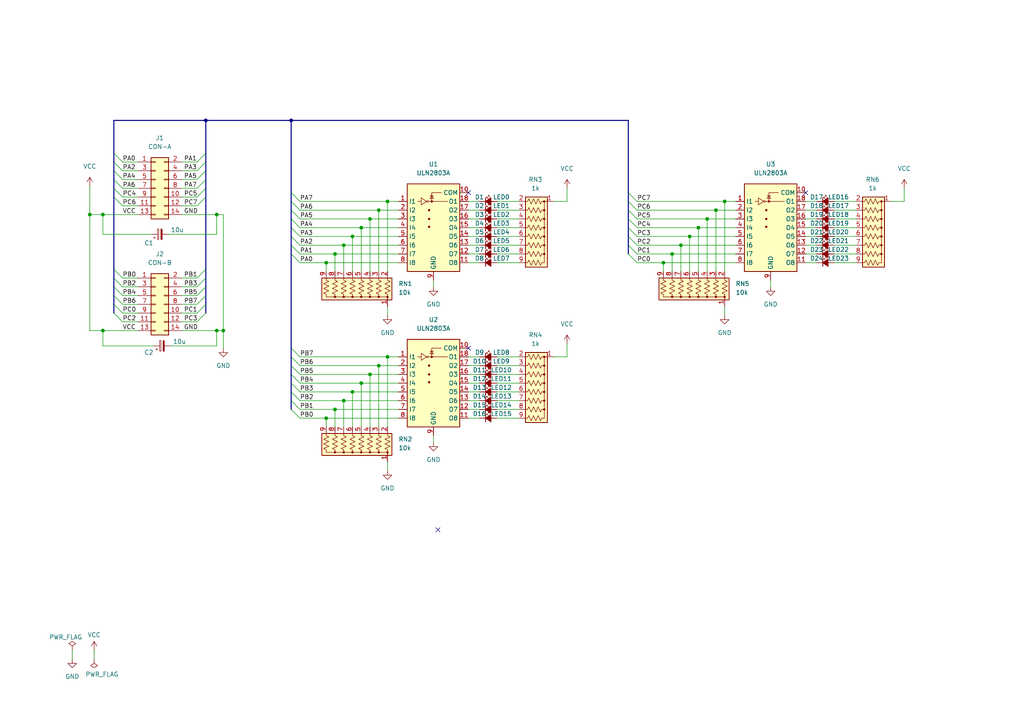
<source format=kicad_sch>
(kicad_sch (version 20211123) (generator eeschema)
  (paper "A4")
  (title_block (title "KZ80 LED テストボード") (date "2022-05-03") (rev "1") (company "KUNI-NET"))
  (lib_symbols
    (symbol "Connector_Generic:Conn_02x07_Odd_Even" (pin_names (offset 1.016) hide)
      (property "Reference" "J" (at 1.27 10.16 0))
      (property "Value" "Conn_02x07_Odd_Even" (at 1.27 -10.16 0))
      (symbol "Conn_02x07_Odd_Even_1_1"
        (rectangle (start -1.27 -7.493) (end 0 -7.747) (stroke (width 0.1524)))
        (rectangle (start -1.27 -4.953) (end 0 -5.207) (stroke (width 0.1524)))
        (rectangle (start -1.27 -2.413) (end 0 -2.667) (stroke (width 0.1524)))
        (rectangle (start -1.27 0.127) (end 0 -0.127) (stroke (width 0.1524)))
        (rectangle (start -1.27 2.667) (end 0 2.413) (stroke (width 0.1524)))
        (rectangle (start -1.27 5.207) (end 0 4.953) (stroke (width 0.1524)))
        (rectangle (start -1.27 7.747) (end 0 7.493) (stroke (width 0.1524)))
        (rectangle (start -1.27 8.89) (end 3.81 -8.89) (stroke (width 0.254)) (fill (type background)))
        (rectangle (start 3.81 -7.493) (end 2.54 -7.747) (stroke (width 0.1524)))
        (rectangle (start 3.81 -4.953) (end 2.54 -5.207) (stroke (width 0.1524)))
        (rectangle (start 3.81 -2.413) (end 2.54 -2.667) (stroke (width 0.1524)))
        (rectangle (start 3.81 0.127) (end 2.54 -0.127) (stroke (width 0.1524)))
        (rectangle (start 3.81 2.667) (end 2.54 2.413) (stroke (width 0.1524)))
        (rectangle (start 3.81 5.207) (end 2.54 4.953) (stroke (width 0.1524)))
        (rectangle (start 3.81 7.747) (end 2.54 7.493) (stroke (width 0.1524)))
        (pin passive line (at -5.08 7.62 0) (length 3.81) (name "Pin_1") (number "1"))
        (pin passive line (at 7.62 -2.54 180) (length 3.81) (name "Pin_10") (number "10"))
        (pin passive line (at -5.08 -5.08 0) (length 3.81) (name "Pin_11") (number "11"))
        (pin passive line (at 7.62 -5.08 180) (length 3.81) (name "Pin_12") (number "12"))
        (pin passive line (at -5.08 -7.62 0) (length 3.81) (name "Pin_13") (number "13"))
        (pin passive line (at 7.62 -7.62 180) (length 3.81) (name "Pin_14") (number "14"))
        (pin passive line (at 7.62 7.62 180) (length 3.81) (name "Pin_2") (number "2"))
        (pin passive line (at -5.08 5.08 0) (length 3.81) (name "Pin_3") (number "3"))
        (pin passive line (at 7.62 5.08 180) (length 3.81) (name "Pin_4") (number "4"))
        (pin passive line (at -5.08 2.54 0) (length 3.81) (name "Pin_5") (number "5"))
        (pin passive line (at 7.62 2.54 180) (length 3.81) (name "Pin_6") (number "6"))
        (pin passive line (at -5.08 0 0) (length 3.81) (name "Pin_7") (number "7"))
        (pin passive line (at 7.62 0 180) (length 3.81) (name "Pin_8") (number "8"))
        (pin passive line (at -5.08 -2.54 0) (length 3.81) (name "Pin_9") (number "9"))
      )
    )
    (symbol "Device:C_Polarized_Small" (pin_numbers hide) (pin_names (offset 0.254) hide)
      (property "Reference" "C" (at 0.254 1.778 0))
      (property "Value" "C_Polarized_Small" (at 0.254 -2.032 0))
      (symbol "C_Polarized_Small_0_1"
        (rectangle (start -1.524 -0.3048) (end 1.524 -0.6858) (fill (type outline)))
        (rectangle (start -1.524 0.6858) (end 1.524 0.3048))
        (polyline (pts (xy -1.27 1.524) (xy -0.762 1.524)))
        (polyline (pts (xy -1.016 1.27) (xy -1.016 1.778)))
      )
      (symbol "C_Polarized_Small_1_1"
        (pin passive line (at 0 2.54 270) (length 1.8542) (name "~") (number "1"))
        (pin passive line (at 0 -2.54 90) (length 1.8542) (name "~") (number "2"))
      )
    )
    (symbol "Device:LED_Small_Filled" (pin_numbers hide) (pin_names (offset 0.254) hide)
      (property "Reference" "D" (at -1.27 3.175 0))
      (property "Value" "LED_Small_Filled" (at -4.445 -2.54 0))
      (symbol "LED_Small_Filled_0_1"
        (polyline (pts (xy -0.762 -1.016) (xy -0.762 1.016)) (stroke (width 0.254)))
        (polyline (pts (xy 1.016 0) (xy -0.762 0)))
        (polyline (pts (xy 0.762 -1.016) (xy -0.762 0) (xy 0.762 1.016) (xy 0.762 -1.016)) (stroke (width 0.254)) (fill (type outline)))
        (polyline (pts (xy 0 0.762) (xy -0.508 1.27) (xy -0.254 1.27) (xy -0.508 1.27) (xy -0.508 1.016)))
        (polyline (pts (xy 0.508 1.27) (xy 0 1.778) (xy 0.254 1.778) (xy 0 1.778) (xy 0 1.524)))
      )
      (symbol "LED_Small_Filled_1_1"
        (pin passive line (at -2.54 0 0) (length 1.778) (name "K") (number "1"))
        (pin passive line (at 2.54 0 180) (length 1.778) (name "A") (number "2"))
      )
    )
    (symbol "Device:R_Network08_US" (pin_names (offset 0) hide)
      (property "Reference" "RN" (at -12.7 0 90))
      (property "Value" "R_Network08_US" (at 10.16 0 90))
      (symbol "R_Network08_US_0_1"
        (rectangle (start -11.43 -3.175) (end 8.89 3.175) (stroke (width 0.254)) (fill (type background)))
        (circle (center -10.16 2.286) (radius 0.254) (fill (type outline)))
        (circle (center -7.62 2.286) (radius 0.254) (fill (type outline)))
        (circle (center -5.08 2.286) (radius 0.254) (fill (type outline)))
        (circle (center -2.54 2.286) (radius 0.254) (fill (type outline)))
        (polyline (pts (xy -10.16 2.286) (xy 7.62 2.286)))
        (polyline (pts (xy -10.16 2.286) (xy -10.16 1.524) (xy -9.398 1.1684) (xy -10.922 0.508) (xy -9.398 -0.1524) (xy -10.922 -0.8382) (xy -9.398 -1.524) (xy -10.922 -2.1844) (xy -10.16 -2.54) (xy -10.16 -3.81)))
        (polyline (pts (xy -7.62 2.286) (xy -7.62 1.524) (xy -6.858 1.1684) (xy -8.382 0.508) (xy -6.858 -0.1524) (xy -8.382 -0.8382) (xy -6.858 -1.524) (xy -8.382 -2.1844) (xy -7.62 -2.54) (xy -7.62 -3.81)))
        (polyline (pts (xy -5.08 2.286) (xy -5.08 1.524) (xy -4.318 1.1684) (xy -5.842 0.508) (xy -4.318 -0.1524) (xy -5.842 -0.8382) (xy -4.318 -1.524) (xy -5.842 -2.1844) (xy -5.08 -2.54) (xy -5.08 -3.81)))
        (polyline (pts (xy -2.54 2.286) (xy -2.54 1.524) (xy -1.778 1.1684) (xy -3.302 0.508) (xy -1.778 -0.1524) (xy -3.302 -0.8382) (xy -1.778 -1.524) (xy -3.302 -2.1844) (xy -2.54 -2.54) (xy -2.54 -3.81)))
        (polyline (pts (xy 0 2.286) (xy 0 1.524) (xy 0.762 1.1684) (xy -0.762 0.508) (xy 0.762 -0.1524) (xy -0.762 -0.8382) (xy 0.762 -1.524) (xy -0.762 -2.1844) (xy 0 -2.54) (xy 0 -3.81)))
        (polyline (pts (xy 2.54 2.286) (xy 2.54 1.524) (xy 3.302 1.1684) (xy 1.778 0.508) (xy 3.302 -0.1524) (xy 1.778 -0.8382) (xy 3.302 -1.524) (xy 1.778 -2.1844) (xy 2.54 -2.54) (xy 2.54 -3.81)))
        (polyline (pts (xy 5.08 2.286) (xy 5.08 1.524) (xy 5.842 1.1684) (xy 4.318 0.508) (xy 5.842 -0.1524) (xy 4.318 -0.8382) (xy 5.842 -1.524) (xy 4.318 -2.1844) (xy 5.08 -2.54) (xy 5.08 -3.81)))
        (polyline (pts (xy 7.62 2.286) (xy 7.62 1.524) (xy 8.382 1.1684) (xy 6.858 0.508) (xy 8.382 -0.1524) (xy 6.858 -0.8382) (xy 8.382 -1.524) (xy 6.858 -2.1844) (xy 7.62 -2.54) (xy 7.62 -3.81)))
        (circle (center 0 2.286) (radius 0.254) (fill (type outline)))
        (circle (center 2.54 2.286) (radius 0.254) (fill (type outline)))
        (circle (center 5.08 2.286) (radius 0.254) (fill (type outline)))
      )
      (symbol "R_Network08_US_1_1"
        (pin passive line (at -10.16 5.08 270) (length 2.54) (name "common") (number "1"))
        (pin passive line (at -10.16 -5.08 90) (length 1.27) (name "R1") (number "2"))
        (pin passive line (at -7.62 -5.08 90) (length 1.27) (name "R2") (number "3"))
        (pin passive line (at -5.08 -5.08 90) (length 1.27) (name "R3") (number "4"))
        (pin passive line (at -2.54 -5.08 90) (length 1.27) (name "R4") (number "5"))
        (pin passive line (at 0 -5.08 90) (length 1.27) (name "R5") (number "6"))
        (pin passive line (at 2.54 -5.08 90) (length 1.27) (name "R6") (number "7"))
        (pin passive line (at 5.08 -5.08 90) (length 1.27) (name "R7") (number "8"))
        (pin passive line (at 7.62 -5.08 90) (length 1.27) (name "R8") (number "9"))
      )
    )
    (symbol "Transistor_Array:ULN2803A"
      (property "Reference" "U" (at 0 13.335 0))
      (property "Value" "ULN2803A" (at 0 11.43 0))
      (symbol "ULN2803A_0_1"
        (rectangle (start -7.62 -15.24) (end 7.62 10.16) (stroke (width 0.254)) (fill (type background)))
        (circle (center -1.778 5.08) (radius 0.254))
        (circle (center -1.27 -2.286) (radius 0.254) (fill (type outline)))
        (circle (center -1.27 0) (radius 0.254) (fill (type outline)))
        (circle (center -1.27 2.54) (radius 0.254) (fill (type outline)))
        (circle (center -0.508 5.08) (radius 0.254) (fill (type outline)))
        (polyline (pts (xy -4.572 5.08) (xy -3.556 5.08)))
        (polyline (pts (xy -1.524 5.08) (xy 4.064 5.08)))
        (polyline (pts (xy 0 6.731) (xy -1.016 6.731)))
        (polyline (pts (xy -0.508 5.08) (xy -0.508 7.62) (xy 2.286 7.62)))
        (polyline (pts (xy -3.556 6.096) (xy -3.556 4.064) (xy -2.032 5.08) (xy -3.556 6.096)))
        (polyline (pts (xy 0 5.969) (xy -1.016 5.969) (xy -0.508 6.731) (xy 0 5.969)))
      )
      (symbol "ULN2803A_1_1"
        (pin input line (at -10.16 5.08 0) (length 2.54) (name "I1") (number "1"))
        (pin passive line (at 10.16 7.62 180) (length 2.54) (name "COM") (number "10"))
        (pin open_collector line (at 10.16 -12.7 180) (length 2.54) (name "O8") (number "11"))
        (pin open_collector line (at 10.16 -10.16 180) (length 2.54) (name "O7") (number "12"))
        (pin open_collector line (at 10.16 -7.62 180) (length 2.54) (name "O6") (number "13"))
        (pin open_collector line (at 10.16 -5.08 180) (length 2.54) (name "O5") (number "14"))
        (pin open_collector line (at 10.16 -2.54 180) (length 2.54) (name "O4") (number "15"))
        (pin open_collector line (at 10.16 0 180) (length 2.54) (name "O3") (number "16"))
        (pin open_collector line (at 10.16 2.54 180) (length 2.54) (name "O2") (number "17"))
        (pin open_collector line (at 10.16 5.08 180) (length 2.54) (name "O1") (number "18"))
        (pin input line (at -10.16 2.54 0) (length 2.54) (name "I2") (number "2"))
        (pin input line (at -10.16 0 0) (length 2.54) (name "I3") (number "3"))
        (pin input line (at -10.16 -2.54 0) (length 2.54) (name "I4") (number "4"))
        (pin input line (at -10.16 -5.08 0) (length 2.54) (name "I5") (number "5"))
        (pin input line (at -10.16 -7.62 0) (length 2.54) (name "I6") (number "6"))
        (pin input line (at -10.16 -10.16 0) (length 2.54) (name "I7") (number "7"))
        (pin input line (at -10.16 -12.7 0) (length 2.54) (name "I8") (number "8"))
        (pin power_in line (at 0 -17.78 90) (length 2.54) (name "GND") (number "9"))
      )
    )
    (symbol "power:GND" (power) (pin_names (offset 0))
      (property "Value" "GND" (at 0 -3.81 0))
      (symbol "GND_0_1"
        (polyline (pts (xy 0 0) (xy 0 -1.27) (xy 1.27 -1.27) (xy 0 -2.54) (xy -1.27 -1.27) (xy 0 -1.27)))
      )
      (symbol "GND_1_1"
        (pin power_in line (at 0 0 270) (length 0) hide (name "GND") (number "1"))
      )
    )
    (symbol "power:PWR_FLAG" (power) (pin_numbers hide) (pin_names (offset 0) hide)
      (property "Value" "PWR_FLAG" (at 0 3.81 0))
      (symbol "PWR_FLAG_0_0"
        (pin power_out line (at 0 0 90) (length 0) (name "pwr") (number "1"))
      )
      (symbol "PWR_FLAG_0_1"
        (polyline (pts (xy 0 0) (xy 0 1.27) (xy -1.016 1.905) (xy 0 2.54) (xy 1.016 1.905) (xy 0 1.27)))
      )
    )
    (symbol "power:VCC" (power) (pin_names (offset 0))
      (property "Value" "VCC" (at 0 3.81 0))
      (symbol "VCC_0_1"
        (polyline (pts (xy -0.762 1.27) (xy 0 2.54)))
        (polyline (pts (xy 0 0) (xy 0 2.54)))
        (polyline (pts (xy 0 2.54) (xy 0.762 1.27)))
      )
      (symbol "VCC_1_1"
        (pin power_in line (at 0 0 90) (length 0) hide (name "VCC") (number "1"))
      )
    )
  )
  (junction (at 200.025 68.58))
  (junction (at 109.855 60.96))
  (junction (at 62.865 62.23))
  (junction (at 94.615 121.285))
  (junction (at 99.695 71.12))
  (junction (at 107.315 108.585))
  (junction (at 112.395 58.42))
  (junction (at 104.775 111.125))
  (junction (at 59.69 34.925))
  (junction (at 62.865 95.885))
  (junction (at 205.105 63.5))
  (junction (at 29.845 95.885))
  (junction (at 210.185 58.42))
  (junction (at 29.845 62.23))
  (junction (at 104.775 66.04))
  (junction (at 94.615 76.2))
  (junction (at 99.695 116.205))
  (junction (at 64.77 95.885))
  (junction (at 207.645 60.96))
  (junction (at 197.485 71.12))
  (junction (at 194.945 73.66))
  (junction (at 26.035 62.23))
  (junction (at 102.235 113.665))
  (junction (at 84.455 34.925))
  (junction (at 112.395 103.505))
  (junction (at 97.155 118.745))
  (junction (at 109.855 106.045))
  (junction (at 97.155 73.66))
  (junction (at 107.315 63.5))
  (junction (at 192.405 76.2))
  (junction (at 102.235 68.58))
  (junction (at 202.565 66.04))
  (no_connect (at 135.89 100.965))
  (no_connect (at 127 153.67))
  (no_connect (at 135.89 55.88))
  (no_connect (at 233.68 55.88))
  (bus_entry (at 182.245 63.5) (size 2.54 2.54))
  (bus_entry (at 84.455 113.665) (size 2.54 2.54))
  (bus_entry (at 84.455 103.505) (size 2.54 2.54))
  (bus_entry (at 59.69 52.07) (size -2.54 2.54))
  (bus_entry (at 59.69 78.105) (size -2.54 2.54))
  (bus_entry (at 84.455 73.66) (size 2.54 2.54))
  (bus_entry (at 33.02 90.805) (size 2.54 2.54))
  (bus_entry (at 59.69 46.99) (size -2.54 2.54))
  (bus_entry (at 33.02 57.15) (size 2.54 2.54))
  (bus_entry (at 84.455 63.5) (size 2.54 2.54))
  (bus_entry (at 84.455 68.58) (size 2.54 2.54))
  (bus_entry (at 33.02 85.725) (size 2.54 2.54))
  (bus_entry (at 33.02 83.185) (size 2.54 2.54))
  (bus_entry (at 33.02 80.645) (size 2.54 2.54))
  (bus_entry (at 182.245 55.88) (size 2.54 2.54))
  (bus_entry (at 84.455 71.12) (size 2.54 2.54))
  (bus_entry (at 182.245 66.04) (size 2.54 2.54))
  (bus_entry (at 33.02 46.99) (size 2.54 2.54))
  (bus_entry (at 33.02 44.45) (size 2.54 2.54))
  (bus_entry (at 33.02 78.105) (size 2.54 2.54))
  (bus_entry (at 33.02 52.07) (size 2.54 2.54))
  (bus_entry (at 33.02 49.53) (size 2.54 2.54))
  (bus_entry (at 59.69 88.265) (size -2.54 2.54))
  (bus_entry (at 59.69 44.45) (size -2.54 2.54))
  (bus_entry (at 59.69 54.61) (size -2.54 2.54))
  (bus_entry (at 182.245 73.66) (size 2.54 2.54))
  (bus_entry (at 59.69 57.15) (size -2.54 2.54))
  (bus_entry (at 84.455 111.125) (size 2.54 2.54))
  (bus_entry (at 182.245 71.12) (size 2.54 2.54))
  (bus_entry (at 84.455 100.965) (size 2.54 2.54))
  (bus_entry (at 59.69 83.185) (size -2.54 2.54))
  (bus_entry (at 33.02 54.61) (size 2.54 2.54))
  (bus_entry (at 33.02 88.265) (size 2.54 2.54))
  (bus_entry (at 84.455 108.585) (size 2.54 2.54))
  (bus_entry (at 59.69 80.645) (size -2.54 2.54))
  (bus_entry (at 59.69 85.725) (size -2.54 2.54))
  (bus_entry (at 182.245 58.42) (size 2.54 2.54))
  (bus_entry (at 182.245 60.96) (size 2.54 2.54))
  (bus_entry (at 84.455 66.04) (size 2.54 2.54))
  (bus_entry (at 84.455 60.96) (size 2.54 2.54))
  (bus_entry (at 59.69 90.805) (size -2.54 2.54))
  (bus_entry (at 84.455 55.88) (size 2.54 2.54))
  (bus_entry (at 182.245 68.58) (size 2.54 2.54))
  (bus_entry (at 84.455 106.045) (size 2.54 2.54))
  (bus_entry (at 84.455 58.42) (size 2.54 2.54))
  (bus_entry (at 84.455 118.745) (size 2.54 2.54))
  (bus_entry (at 59.69 49.53) (size -2.54 2.54))
  (bus_entry (at 84.455 116.205) (size 2.54 2.54))
  (wire (pts (xy 26.035 53.975) (xy 26.035 62.23)))
  (wire (pts (xy 241.935 66.04) (xy 248.285 66.04)))
  (wire (pts (xy 135.89 66.04) (xy 139.065 66.04)))
  (wire (pts (xy 97.155 118.745) (xy 115.57 118.745)))
  (wire (pts (xy 99.695 116.205) (xy 99.695 123.825)))
  (wire (pts (xy 35.56 93.345) (xy 40.005 93.345)))
  (wire (pts (xy 197.485 71.12) (xy 213.36 71.12)))
  (wire (pts (xy 144.145 60.96) (xy 150.495 60.96)))
  (wire (pts (xy 144.145 66.04) (xy 150.495 66.04)))
  (wire (pts (xy 52.705 54.61) (xy 57.15 54.61)))
  (wire (pts (xy 262.255 54.61) (xy 262.255 58.42)))
  (wire (pts (xy 144.145 63.5) (xy 150.495 63.5)))
  (wire (pts (xy 35.56 88.265) (xy 40.005 88.265)))
  (wire (pts (xy 207.645 60.96) (xy 213.36 60.96)))
  (wire (pts (xy 210.185 58.42) (xy 213.36 58.42)))
  (bus (pts (xy 59.69 78.105) (xy 59.69 80.645)))
  (wire (pts (xy 86.995 68.58) (xy 102.235 68.58)))
  (wire (pts (xy 104.775 111.125) (xy 104.775 123.825)))
  (wire (pts (xy 97.155 73.66) (xy 97.155 78.74)))
  (wire (pts (xy 35.56 83.185) (xy 40.005 83.185)))
  (bus (pts (xy 84.455 58.42) (xy 84.455 55.88)))
  (wire (pts (xy 144.145 118.745) (xy 150.495 118.745)))
  (wire (pts (xy 86.995 118.745) (xy 97.155 118.745)))
  (bus (pts (xy 33.02 85.725) (xy 33.02 88.265)))
  (wire (pts (xy 144.145 76.2) (xy 150.495 76.2)))
  (wire (pts (xy 35.56 59.69) (xy 40.005 59.69)))
  (wire (pts (xy 52.705 88.265) (xy 57.15 88.265)))
  (wire (pts (xy 29.845 100.33) (xy 44.45 100.33)))
  (wire (pts (xy 144.145 106.045) (xy 150.495 106.045)))
  (wire (pts (xy 135.89 71.12) (xy 139.065 71.12)))
  (wire (pts (xy 233.68 73.66) (xy 236.855 73.66)))
  (wire (pts (xy 86.995 108.585) (xy 107.315 108.585)))
  (bus (pts (xy 84.455 100.965) (xy 84.455 73.66)))
  (bus (pts (xy 84.455 106.045) (xy 84.455 103.505)))
  (wire (pts (xy 86.995 76.2) (xy 94.615 76.2)))
  (wire (pts (xy 135.89 121.285) (xy 139.065 121.285)))
  (wire (pts (xy 200.025 68.58) (xy 200.025 78.74)))
  (wire (pts (xy 86.995 66.04) (xy 104.775 66.04)))
  (bus (pts (xy 59.69 34.925) (xy 84.455 34.925)))
  (wire (pts (xy 241.935 60.96) (xy 248.285 60.96)))
  (wire (pts (xy 207.645 60.96) (xy 207.645 78.74)))
  (bus (pts (xy 84.455 71.12) (xy 84.455 68.58)))
  (wire (pts (xy 241.935 68.58) (xy 248.285 68.58)))
  (wire (pts (xy 86.995 121.285) (xy 94.615 121.285)))
  (wire (pts (xy 86.995 116.205) (xy 99.695 116.205)))
  (wire (pts (xy 86.995 106.045) (xy 109.855 106.045)))
  (wire (pts (xy 35.56 57.15) (xy 40.005 57.15)))
  (wire (pts (xy 52.705 52.07) (xy 57.15 52.07)))
  (bus (pts (xy 33.02 78.105) (xy 33.02 80.645)))
  (wire (pts (xy 112.395 88.9) (xy 112.395 91.44)))
  (wire (pts (xy 202.565 66.04) (xy 202.565 78.74)))
  (wire (pts (xy 184.785 71.12) (xy 197.485 71.12)))
  (bus (pts (xy 84.455 108.585) (xy 84.455 106.045)))
  (wire (pts (xy 52.705 49.53) (xy 57.15 49.53)))
  (wire (pts (xy 29.845 95.885) (xy 40.005 95.885)))
  (wire (pts (xy 135.89 76.2) (xy 139.065 76.2)))
  (bus (pts (xy 182.245 63.5) (xy 182.245 60.96)))
  (bus (pts (xy 182.245 73.66) (xy 182.245 71.12)))
  (bus (pts (xy 33.02 88.265) (xy 33.02 90.805)))
  (wire (pts (xy 233.68 76.2) (xy 236.855 76.2)))
  (wire (pts (xy 62.865 100.33) (xy 62.865 95.885)))
  (wire (pts (xy 135.89 116.205) (xy 139.065 116.205)))
  (wire (pts (xy 184.785 73.66) (xy 194.945 73.66)))
  (wire (pts (xy 194.945 73.66) (xy 194.945 78.74)))
  (bus (pts (xy 33.02 80.645) (xy 33.02 83.185)))
  (bus (pts (xy 59.69 34.925) (xy 59.69 44.45)))
  (wire (pts (xy 29.845 95.885) (xy 29.845 100.33)))
  (wire (pts (xy 144.145 116.205) (xy 150.495 116.205)))
  (wire (pts (xy 202.565 66.04) (xy 213.36 66.04)))
  (wire (pts (xy 109.855 60.96) (xy 109.855 78.74)))
  (wire (pts (xy 112.395 58.42) (xy 115.57 58.42)))
  (wire (pts (xy 184.785 76.2) (xy 192.405 76.2)))
  (bus (pts (xy 59.69 34.925) (xy 33.02 34.925)))
  (wire (pts (xy 99.695 116.205) (xy 115.57 116.205)))
  (wire (pts (xy 99.695 71.12) (xy 99.695 78.74)))
  (wire (pts (xy 241.935 71.12) (xy 248.285 71.12)))
  (bus (pts (xy 84.455 103.505) (xy 84.455 100.965)))
  (wire (pts (xy 184.785 58.42) (xy 210.185 58.42)))
  (wire (pts (xy 102.235 68.58) (xy 102.235 78.74)))
  (wire (pts (xy 97.155 118.745) (xy 97.155 123.825)))
  (bus (pts (xy 59.69 88.265) (xy 59.69 90.805)))
  (wire (pts (xy 109.855 106.045) (xy 109.855 123.825)))
  (wire (pts (xy 135.89 58.42) (xy 139.065 58.42)))
  (wire (pts (xy 144.145 103.505) (xy 150.495 103.505)))
  (bus (pts (xy 84.455 34.925) (xy 182.245 34.925)))
  (wire (pts (xy 233.68 71.12) (xy 236.855 71.12)))
  (bus (pts (xy 33.02 52.07) (xy 33.02 54.61)))
  (wire (pts (xy 94.615 76.2) (xy 115.57 76.2)))
  (bus (pts (xy 59.69 80.645) (xy 59.69 83.185)))
  (wire (pts (xy 164.465 54.61) (xy 164.465 58.42)))
  (wire (pts (xy 49.53 100.33) (xy 62.865 100.33)))
  (wire (pts (xy 192.405 76.2) (xy 213.36 76.2)))
  (wire (pts (xy 258.445 58.42) (xy 262.255 58.42)))
  (wire (pts (xy 233.68 58.42) (xy 236.855 58.42)))
  (wire (pts (xy 241.935 63.5) (xy 248.285 63.5)))
  (wire (pts (xy 194.945 73.66) (xy 213.36 73.66)))
  (wire (pts (xy 210.185 88.9) (xy 210.185 91.44)))
  (wire (pts (xy 135.89 63.5) (xy 139.065 63.5)))
  (bus (pts (xy 84.455 116.205) (xy 84.455 113.665)))
  (wire (pts (xy 135.89 108.585) (xy 139.065 108.585)))
  (wire (pts (xy 29.845 62.23) (xy 40.005 62.23)))
  (wire (pts (xy 62.865 67.945) (xy 62.865 62.23)))
  (wire (pts (xy 35.56 90.805) (xy 40.005 90.805)))
  (wire (pts (xy 233.68 66.04) (xy 236.855 66.04)))
  (wire (pts (xy 52.705 85.725) (xy 57.15 85.725)))
  (bus (pts (xy 33.02 44.45) (xy 33.02 46.99)))
  (bus (pts (xy 59.69 54.61) (xy 59.69 57.15)))
  (wire (pts (xy 64.77 100.965) (xy 64.77 95.885)))
  (bus (pts (xy 33.02 54.61) (xy 33.02 57.15)))
  (wire (pts (xy 125.73 81.28) (xy 125.73 83.185)))
  (bus (pts (xy 33.02 46.99) (xy 33.02 49.53)))
  (wire (pts (xy 99.695 71.12) (xy 115.57 71.12)))
  (wire (pts (xy 64.77 95.885) (xy 64.77 62.23)))
  (wire (pts (xy 144.145 108.585) (xy 150.495 108.585)))
  (wire (pts (xy 26.035 62.23) (xy 29.845 62.23)))
  (bus (pts (xy 182.245 34.925) (xy 182.245 55.88)))
  (wire (pts (xy 26.035 95.885) (xy 29.845 95.885)))
  (wire (pts (xy 135.89 60.96) (xy 139.065 60.96)))
  (wire (pts (xy 233.68 60.96) (xy 236.855 60.96)))
  (wire (pts (xy 94.615 76.2) (xy 94.615 78.74)))
  (wire (pts (xy 164.465 99.695) (xy 164.465 103.505)))
  (wire (pts (xy 35.56 52.07) (xy 40.005 52.07)))
  (wire (pts (xy 197.485 71.12) (xy 197.485 78.74)))
  (wire (pts (xy 86.995 58.42) (xy 112.395 58.42)))
  (wire (pts (xy 97.155 73.66) (xy 115.57 73.66)))
  (bus (pts (xy 59.69 85.725) (xy 59.69 88.265)))
  (wire (pts (xy 52.705 57.15) (xy 57.15 57.15)))
  (wire (pts (xy 107.315 108.585) (xy 115.57 108.585)))
  (wire (pts (xy 160.655 103.505) (xy 164.465 103.505)))
  (bus (pts (xy 59.69 44.45) (xy 59.69 46.99)))
  (bus (pts (xy 84.455 118.745) (xy 84.455 116.205)))
  (wire (pts (xy 52.705 80.645) (xy 57.15 80.645)))
  (bus (pts (xy 84.455 73.66) (xy 84.455 71.12)))
  (wire (pts (xy 52.705 90.805) (xy 57.15 90.805)))
  (bus (pts (xy 59.69 49.53) (xy 59.69 52.07)))
  (wire (pts (xy 223.52 81.28) (xy 223.52 83.185)))
  (wire (pts (xy 144.145 58.42) (xy 150.495 58.42)))
  (wire (pts (xy 52.705 59.69) (xy 57.15 59.69)))
  (wire (pts (xy 104.775 66.04) (xy 104.775 78.74)))
  (bus (pts (xy 84.455 66.04) (xy 84.455 63.5)))
  (wire (pts (xy 112.395 103.505) (xy 115.57 103.505)))
  (wire (pts (xy 233.68 63.5) (xy 236.855 63.5)))
  (bus (pts (xy 33.02 83.185) (xy 33.02 85.725)))
  (wire (pts (xy 52.705 46.99) (xy 57.15 46.99)))
  (bus (pts (xy 84.455 60.96) (xy 84.455 58.42)))
  (wire (pts (xy 135.89 103.505) (xy 139.065 103.505)))
  (wire (pts (xy 104.775 111.125) (xy 115.57 111.125)))
  (wire (pts (xy 52.705 83.185) (xy 57.15 83.185)))
  (wire (pts (xy 86.995 103.505) (xy 112.395 103.505)))
  (wire (pts (xy 35.56 46.99) (xy 40.005 46.99)))
  (wire (pts (xy 62.865 62.23) (xy 64.77 62.23)))
  (wire (pts (xy 192.405 76.2) (xy 192.405 78.74)))
  (wire (pts (xy 241.935 73.66) (xy 248.285 73.66)))
  (wire (pts (xy 107.315 63.5) (xy 115.57 63.5)))
  (wire (pts (xy 29.845 62.23) (xy 29.845 67.945)))
  (wire (pts (xy 86.995 63.5) (xy 107.315 63.5)))
  (bus (pts (xy 84.455 68.58) (xy 84.455 66.04)))
  (wire (pts (xy 35.56 54.61) (xy 40.005 54.61)))
  (wire (pts (xy 135.89 68.58) (xy 139.065 68.58)))
  (wire (pts (xy 102.235 113.665) (xy 102.235 123.825)))
  (wire (pts (xy 112.395 133.985) (xy 112.395 136.525)))
  (wire (pts (xy 102.235 68.58) (xy 115.57 68.58)))
  (wire (pts (xy 210.185 58.42) (xy 210.185 78.74)))
  (bus (pts (xy 59.69 83.185) (xy 59.69 85.725)))
  (wire (pts (xy 144.145 71.12) (xy 150.495 71.12)))
  (wire (pts (xy 135.89 106.045) (xy 139.065 106.045)))
  (bus (pts (xy 182.245 71.12) (xy 182.245 68.58)))
  (bus (pts (xy 182.245 68.58) (xy 182.245 66.04)))
  (wire (pts (xy 94.615 121.285) (xy 94.615 123.825)))
  (wire (pts (xy 26.035 62.23) (xy 26.035 95.885)))
  (wire (pts (xy 86.995 60.96) (xy 109.855 60.96)))
  (wire (pts (xy 135.89 113.665) (xy 139.065 113.665)))
  (wire (pts (xy 109.855 60.96) (xy 115.57 60.96)))
  (bus (pts (xy 59.69 57.15) (xy 59.69 78.105)))
  (wire (pts (xy 48.895 67.945) (xy 62.865 67.945)))
  (wire (pts (xy 144.145 73.66) (xy 150.495 73.66)))
  (bus (pts (xy 84.455 63.5) (xy 84.455 60.96)))
  (bus (pts (xy 84.455 111.125) (xy 84.455 108.585)))
  (wire (pts (xy 135.89 111.125) (xy 139.065 111.125)))
  (wire (pts (xy 241.935 58.42) (xy 248.285 58.42)))
  (wire (pts (xy 52.705 95.885) (xy 62.865 95.885)))
  (bus (pts (xy 33.02 49.53) (xy 33.02 52.07)))
  (bus (pts (xy 33.02 57.15) (xy 33.02 78.105)))
  (wire (pts (xy 62.865 95.885) (xy 64.77 95.885)))
  (wire (pts (xy 35.56 85.725) (xy 40.005 85.725)))
  (wire (pts (xy 107.315 108.585) (xy 107.315 123.825)))
  (bus (pts (xy 59.69 46.99) (xy 59.69 49.53)))
  (wire (pts (xy 86.995 111.125) (xy 104.775 111.125)))
  (wire (pts (xy 94.615 121.285) (xy 115.57 121.285)))
  (wire (pts (xy 135.89 118.745) (xy 139.065 118.745)))
  (wire (pts (xy 184.785 68.58) (xy 200.025 68.58)))
  (wire (pts (xy 86.995 113.665) (xy 102.235 113.665)))
  (bus (pts (xy 33.02 34.925) (xy 33.02 44.45)))
  (bus (pts (xy 182.245 60.96) (xy 182.245 58.42)))
  (wire (pts (xy 184.785 60.96) (xy 207.645 60.96)))
  (wire (pts (xy 86.995 73.66) (xy 97.155 73.66)))
  (wire (pts (xy 35.56 49.53) (xy 40.005 49.53)))
  (wire (pts (xy 144.145 68.58) (xy 150.495 68.58)))
  (bus (pts (xy 59.69 52.07) (xy 59.69 54.61)))
  (wire (pts (xy 184.785 63.5) (xy 205.105 63.5)))
  (wire (pts (xy 104.775 66.04) (xy 115.57 66.04)))
  (wire (pts (xy 160.655 58.42) (xy 164.465 58.42)))
  (wire (pts (xy 29.845 67.945) (xy 43.815 67.945)))
  (wire (pts (xy 112.395 58.42) (xy 112.395 78.74)))
  (wire (pts (xy 52.705 62.23) (xy 62.865 62.23)))
  (wire (pts (xy 52.705 93.345) (xy 57.15 93.345)))
  (wire (pts (xy 144.145 113.665) (xy 150.495 113.665)))
  (wire (pts (xy 144.145 111.125) (xy 150.495 111.125)))
  (bus (pts (xy 84.455 55.88) (xy 84.455 34.925)))
  (wire (pts (xy 233.68 68.58) (xy 236.855 68.58)))
  (wire (pts (xy 27.305 188.595) (xy 27.305 191.135)))
  (wire (pts (xy 109.855 106.045) (xy 115.57 106.045)))
  (wire (pts (xy 205.105 63.5) (xy 213.36 63.5)))
  (wire (pts (xy 135.89 73.66) (xy 139.065 73.66)))
  (bus (pts (xy 182.245 66.04) (xy 182.245 63.5)))
  (wire (pts (xy 241.935 76.2) (xy 248.285 76.2)))
  (wire (pts (xy 200.025 68.58) (xy 213.36 68.58)))
  (wire (pts (xy 184.785 66.04) (xy 202.565 66.04)))
  (wire (pts (xy 20.955 188.595) (xy 20.955 191.135)))
  (wire (pts (xy 102.235 113.665) (xy 115.57 113.665)))
  (wire (pts (xy 86.995 71.12) (xy 99.695 71.12)))
  (wire (pts (xy 144.145 121.285) (xy 150.495 121.285)))
  (wire (pts (xy 35.56 80.645) (xy 40.005 80.645)))
  (bus (pts (xy 84.455 113.665) (xy 84.455 111.125)))
  (wire (pts (xy 125.73 126.365) (xy 125.73 128.27)))
  (wire (pts (xy 107.315 63.5) (xy 107.315 78.74)))
  (wire (pts (xy 112.395 103.505) (xy 112.395 123.825)))
  (wire (pts (xy 205.105 63.5) (xy 205.105 78.74)))
  (bus (pts (xy 182.245 55.88) (xy 182.245 58.42)))
  (label "PA1" (at 86.995 73.66 0))
  (label "PC1" (at 53.34 90.805 0))
  (label "PC2" (at 184.785 71.12 0))
  (label "PC6" (at 35.56 59.69 0))
  (label "VCC" (at 35.56 62.23 0))
  (label "PB7" (at 53.34 88.265 0))
  (label "PC0" (at 35.56 90.805 0))
  (label "PC6" (at 184.785 60.96 0))
  (label "PA0" (at 86.995 76.2 0))
  (label "PB6" (at 86.995 106.045 0))
  (label "PA2" (at 35.56 49.53 0))
  (label "PB7" (at 86.995 103.505 0))
  (label "PA0" (at 35.56 46.99 0))
  (label "PA4" (at 86.995 66.04 0))
  (label "PA6" (at 86.995 60.96 0))
  (label "PB5" (at 53.34 85.725 0))
  (label "PA3" (at 53.34 49.53 0))
  (label "PA5" (at 53.34 52.07 0))
  (label "PA7" (at 53.34 54.61 0))
  (label "PB3" (at 53.34 83.185 0))
  (label "PA1" (at 53.34 46.99 0))
  (label "PC4" (at 184.785 66.04 0))
  (label "PC4" (at 35.56 57.15 0))
  (label "PB6" (at 35.56 88.265 0))
  (label "PA7" (at 86.995 58.42 0))
  (label "PC1" (at 184.785 73.66 0))
  (label "PB1" (at 86.995 118.745 0))
  (label "PA4" (at 35.56 52.07 0))
  (label "PC3" (at 184.785 68.58 0))
  (label "PB0" (at 35.56 80.645 0))
  (label "PA2" (at 86.995 71.12 0))
  (label "PC7" (at 184.785 58.42 0))
  (label "PB5" (at 86.995 108.585 0))
  (label "PC7" (at 53.34 59.69 0))
  (label "PB1" (at 53.34 80.645 0))
  (label "PB3" (at 86.995 113.665 0))
  (label "PB4" (at 86.995 111.125 0))
  (label "GND" (at 53.34 62.23 0))
  (label "PC5" (at 53.34 57.15 0))
  (label "PC5" (at 184.785 63.5 0))
  (label "VCC" (at 35.56 95.885 0))
  (label "PC2" (at 35.56 93.345 0))
  (label "PC3" (at 53.34 93.345 0))
  (label "GND" (at 53.34 95.885 0))
  (label "PA3" (at 86.995 68.58 0))
  (label "PB2" (at 86.995 116.205 0))
  (label "PC0" (at 184.785 76.2 0))
  (label "PB0" (at 86.995 121.285 0))
  (label "PA6" (at 35.56 54.61 0))
  (label "PB4" (at 35.56 85.725 0))
  (label "PA5" (at 86.995 63.5 0))
  (label "PB2" (at 35.56 83.185 0))
  (symbol (lib_id "Device:LED_Small_Filled") (at 141.605 111.125 0) (unit 1)
    (property "Reference" "D12" (at 139.065 109.855 0))
    (property "Value" "LED11" (at 145.415 109.855 0))
  )
  (symbol (lib_id "Connector_Generic:Conn_02x07_Odd_Even") (at 45.085 54.61 0) (unit 1)
    (property "Reference" "J1" (at 46.355 40.005 0))
    (property "Value" "CON-A" (at 46.355 42.545 0))
  )
  (symbol (lib_id "Device:LED_Small_Filled") (at 239.395 71.12 0) (unit 1)
    (property "Reference" "D22" (at 236.855 69.85 0))
    (property "Value" "LED21" (at 243.205 69.85 0))
  )
  (symbol (lib_id "Device:LED_Small_Filled") (at 141.605 103.505 0) (unit 1)
    (property "Reference" "D9" (at 139.065 102.235 0))
    (property "Value" "LED8" (at 145.415 102.235 0))
  )
  (symbol (lib_id "Device:LED_Small_Filled") (at 141.605 68.58 0) (unit 1)
    (property "Reference" "D5" (at 139.065 67.31 0))
    (property "Value" "LED4" (at 145.415 67.31 0))
  )
  (symbol (lib_id "Device:LED_Small_Filled") (at 141.605 63.5 0) (unit 1)
    (property "Reference" "D3" (at 139.065 62.23 0))
    (property "Value" "LED2" (at 145.415 62.23 0))
  )
  (symbol (lib_id "Device:R_Network08_US") (at 155.575 68.58 270) (unit 1)
    (property "Reference" "RN3" (at 155.321 52.07 90))
    (property "Value" "1k" (at 155.321 54.61 90))
    (property "Footprint" "Resistor_THT:R_Array_SIP9" (effects hide))
    (property "Datasheet" "http://www.vishay.com/docs/31509/csc.pdf" (effects hide))
  )
  (symbol (lib_id "power:GND") (at 112.395 91.44 0) (unit 1)
    (property "Reference" "#PWR05" (effects hide))
    (property "Value" "GND" (at 112.395 96.52 0))
  )
  (symbol (lib_id "power:VCC") (at 26.035 53.975 0) (unit 1)
    (property "Reference" "#PWR03" (effects hide))
    (property "Value" "VCC" (at 26.035 48.26 0))
  )
  (symbol (lib_id "Device:LED_Small_Filled") (at 141.605 60.96 0) (unit 1)
    (property "Reference" "D2" (at 139.065 59.69 0))
    (property "Value" "LED1" (at 145.415 59.69 0))
  )
  (symbol (lib_id "Transistor_Array:ULN2803A") (at 223.52 63.5 0) (unit 1)
    (property "Reference" "U3" (at 223.52 47.625 0))
    (property "Value" "ULN2803A" (at 223.52 50.165 0))
    (property "Datasheet" "http://www.ti.com/lit/ds/symlink/uln2803a.pdf" (effects hide))
  )
  (symbol (lib_id "Transistor_Array:ULN2803A") (at 125.73 63.5 0) (unit 1)
    (property "Reference" "U1" (at 125.73 47.625 0))
    (property "Value" "ULN2803A" (at 125.73 50.165 0))
    (property "Datasheet" "http://www.ti.com/lit/ds/symlink/uln2803a.pdf" (effects hide))
  )
  (symbol (lib_id "Device:C_Polarized_Small") (at 46.355 67.945 90) (unit 1)
    (property "Reference" "C1" (at 43.18 70.485 90))
    (property "Value" "10u" (at 51.435 66.675 90))
  )
  (symbol (lib_id "power:VCC") (at 164.465 99.695 0) (unit 1)
    (property "Reference" "#PWR010" (effects hide))
    (property "Value" "VCC" (at 164.465 93.98 0))
  )
  (symbol (lib_id "Device:LED_Small_Filled") (at 141.605 71.12 0) (unit 1)
    (property "Reference" "D6" (at 139.065 69.85 0))
    (property "Value" "LED5" (at 145.415 69.85 0))
  )
  (symbol (lib_id "Device:LED_Small_Filled") (at 239.395 58.42 0) (unit 1)
    (property "Reference" "D17" (at 236.855 57.15 0))
    (property "Value" "LED16" (at 243.205 57.15 0))
  )
  (symbol (lib_id "power:VCC") (at 164.465 54.61 0) (unit 1)
    (property "Reference" "#PWR09" (effects hide))
    (property "Value" "VCC" (at 164.465 48.895 0))
  )
  (symbol (lib_id "power:GND") (at 20.955 191.135 0) (unit 1)
    (property "Reference" "#PWR01" (effects hide))
    (property "Value" "GND" (at 20.955 196.215 0))
  )
  (symbol (lib_id "Device:LED_Small_Filled") (at 141.605 113.665 0) (unit 1)
    (property "Reference" "D13" (at 139.065 112.395 0))
    (property "Value" "LED12" (at 145.415 112.395 0))
  )
  (symbol (lib_id "Device:R_Network08_US") (at 102.235 83.82 180) (unit 1)
    (property "Reference" "RN1" (at 115.57 82.2959 0) (effects (justify right)))
    (property "Value" "10k" (at 115.57 84.8359 0) (effects (justify right)))
    (property "Footprint" "Resistor_THT:R_Array_SIP9" (effects hide))
    (property "Datasheet" "http://www.vishay.com/docs/31509/csc.pdf" (effects hide))
  )
  (symbol (lib_id "power:VCC") (at 262.255 54.61 0) (unit 1)
    (property "Reference" "#PWR013" (effects hide))
    (property "Value" "VCC" (at 262.255 48.895 0))
  )
  (symbol (lib_id "Device:LED_Small_Filled") (at 141.605 76.2 0) (unit 1)
    (property "Reference" "D8" (at 139.065 74.93 0))
    (property "Value" "LED7" (at 145.415 74.93 0))
  )
  (symbol (lib_id "Device:LED_Small_Filled") (at 239.395 68.58 0) (unit 1)
    (property "Reference" "D21" (at 236.855 67.31 0))
    (property "Value" "LED20" (at 243.205 67.31 0))
  )
  (symbol (lib_id "power:GND") (at 64.77 100.965 0) (unit 1)
    (property "Reference" "#PWR04" (effects hide))
    (property "Value" "GND" (at 64.77 106.045 0))
  )
  (symbol (lib_id "Device:LED_Small_Filled") (at 239.395 60.96 0) (unit 1)
    (property "Reference" "D18" (at 236.855 59.69 0))
    (property "Value" "LED17" (at 243.205 59.69 0))
  )
  (symbol (lib_id "Device:LED_Small_Filled") (at 239.395 63.5 0) (unit 1)
    (property "Reference" "D19" (at 236.855 62.23 0))
    (property "Value" "LED18" (at 243.205 62.23 0))
  )
  (symbol (lib_id "power:VCC") (at 27.305 188.595 0) (unit 1)
    (property "Reference" "#PWR02" (effects hide))
    (property "Value" "VCC" (at 27.305 184.15 0))
  )
  (symbol (lib_id "power:GND") (at 210.185 91.44 0) (unit 1)
    (property "Reference" "#PWR011" (effects hide))
    (property "Value" "GND" (at 210.185 96.52 0))
  )
  (symbol (lib_id "power:GND") (at 125.73 83.185 0) (unit 1)
    (property "Reference" "#PWR07" (effects hide))
    (property "Value" "GND" (at 125.73 88.265 0))
  )
  (symbol (lib_id "power:PWR_FLAG") (at 27.305 191.135 180) (unit 1)
    (property "Reference" "#FLG02" (effects hide))
    (property "Value" "PWR_FLAG" (at 24.765 195.58 0) (effects (justify right)))
  )
  (symbol (lib_id "Device:R_Network08_US") (at 155.575 113.665 270) (unit 1)
    (property "Reference" "RN4" (at 155.321 97.155 90))
    (property "Value" "1k" (at 155.321 99.695 90))
    (property "Footprint" "Resistor_THT:R_Array_SIP9" (effects hide))
    (property "Datasheet" "http://www.vishay.com/docs/31509/csc.pdf" (effects hide))
  )
  (symbol (lib_id "Device:LED_Small_Filled") (at 141.605 73.66 0) (unit 1)
    (property "Reference" "D7" (at 139.065 72.39 0))
    (property "Value" "LED6" (at 145.415 72.39 0))
  )
  (symbol (lib_id "Device:LED_Small_Filled") (at 239.395 73.66 0) (unit 1)
    (property "Reference" "D23" (at 236.855 72.39 0))
    (property "Value" "LED22" (at 243.205 72.39 0))
  )
  (symbol (lib_id "Device:LED_Small_Filled") (at 141.605 121.285 0) (unit 1)
    (property "Reference" "D16" (at 139.065 120.015 0))
    (property "Value" "LED15" (at 145.415 120.015 0))
  )
  (symbol (lib_id "Device:C_Polarized_Small") (at 46.99 100.33 90) (unit 1)
    (property "Reference" "C2" (at 43.18 102.235 90))
    (property "Value" "10u" (at 52.07 99.06 90))
  )
  (symbol (lib_id "Device:LED_Small_Filled") (at 141.605 116.205 0) (unit 1)
    (property "Reference" "D14" (at 139.065 114.935 0))
    (property "Value" "LED13" (at 145.415 114.935 0))
  )
  (symbol (lib_id "Device:LED_Small_Filled") (at 141.605 118.745 0) (unit 1)
    (property "Reference" "D15" (at 139.065 117.475 0))
    (property "Value" "LED14" (at 145.415 117.475 0))
  )
  (symbol (lib_id "Device:LED_Small_Filled") (at 239.395 66.04 0) (unit 1)
    (property "Reference" "D20" (at 236.855 64.77 0))
    (property "Value" "LED19" (at 243.205 64.77 0))
  )
  (symbol (lib_id "Device:R_Network08_US") (at 102.235 128.905 180) (unit 1)
    (property "Reference" "RN2" (at 115.57 127.3809 0) (effects (justify right)))
    (property "Value" "10k" (at 115.57 129.9209 0) (effects (justify right)))
    (property "Footprint" "Resistor_THT:R_Array_SIP9" (effects hide))
    (property "Datasheet" "http://www.vishay.com/docs/31509/csc.pdf" (effects hide))
  )
  (symbol (lib_id "Device:LED_Small_Filled") (at 239.395 76.2 0) (unit 1)
    (property "Reference" "D24" (at 236.855 74.93 0))
    (property "Value" "LED23" (at 243.205 74.93 0))
  )
  (symbol (lib_id "Device:R_Network08_US") (at 253.365 68.58 270) (unit 1)
    (property "Reference" "RN6" (at 253.111 52.07 90))
    (property "Value" "1k" (at 253.111 54.61 90))
    (property "Footprint" "Resistor_THT:R_Array_SIP9" (effects hide))
    (property "Datasheet" "http://www.vishay.com/docs/31509/csc.pdf" (effects hide))
  )
  (symbol (lib_id "Transistor_Array:ULN2803A") (at 125.73 108.585 0) (unit 1)
    (property "Reference" "U2" (at 125.73 92.71 0))
    (property "Value" "ULN2803A" (at 125.73 95.25 0))
    (property "Datasheet" "http://www.ti.com/lit/ds/symlink/uln2803a.pdf" (effects hide))
  )
  (symbol (lib_id "Device:LED_Small_Filled") (at 141.605 108.585 0) (unit 1)
    (property "Reference" "D11" (at 139.065 107.315 0))
    (property "Value" "LED10" (at 145.415 107.315 0))
  )
  (symbol (lib_id "Device:LED_Small_Filled") (at 141.605 66.04 0) (unit 1)
    (property "Reference" "D4" (at 139.065 64.77 0))
    (property "Value" "LED3" (at 145.415 64.77 0))
  )
  (symbol (lib_id "Device:LED_Small_Filled") (at 141.605 106.045 0) (unit 1)
    (property "Reference" "D10" (at 139.065 104.775 0))
    (property "Value" "LED9" (at 145.415 104.775 0))
  )
  (symbol (lib_id "power:GND") (at 223.52 83.185 0) (unit 1)
    (property "Reference" "#PWR012" (effects hide))
    (property "Value" "GND" (at 223.52 88.265 0))
  )
  (symbol (lib_id "Connector_Generic:Conn_02x07_Odd_Even") (at 45.085 88.265 0) (unit 1)
    (property "Reference" "J2" (at 46.355 73.66 0))
    (property "Value" "CON-B" (at 46.355 76.2 0))
  )
  (symbol (lib_id "power:GND") (at 125.73 128.27 0) (unit 1)
    (property "Reference" "#PWR08" (effects hide))
    (property "Value" "GND" (at 125.73 133.35 0))
  )
  (symbol (lib_id "Device:LED_Small_Filled") (at 141.605 58.42 0) (unit 1)
    (property "Reference" "D1" (at 139.065 57.15 0))
    (property "Value" "LED0" (at 145.415 57.15 0))
  )
  (symbol (lib_id "Device:R_Network08_US") (at 200.025 83.82 180) (unit 1)
    (property "Reference" "RN5" (at 213.36 82.2959 0) (effects (justify right)))
    (property "Value" "10k" (at 213.36 84.8359 0) (effects (justify right)))
    (property "Footprint" "Resistor_THT:R_Array_SIP9" (effects hide))
    (property "Datasheet" "http://www.vishay.com/docs/31509/csc.pdf" (effects hide))
  )
  (symbol (lib_id "power:PWR_FLAG") (at 20.955 188.595 0) (unit 1)
    (property "Reference" "#FLG01" (effects hide))
    (property "Value" "PWR_FLAG" (at 19.05 184.785 0))
  )
  (symbol (lib_id "power:GND") (at 112.395 136.525 0) (unit 1)
    (property "Reference" "#PWR06" (effects hide))
    (property "Value" "GND" (at 112.395 141.605 0))
  )
)
</source>
